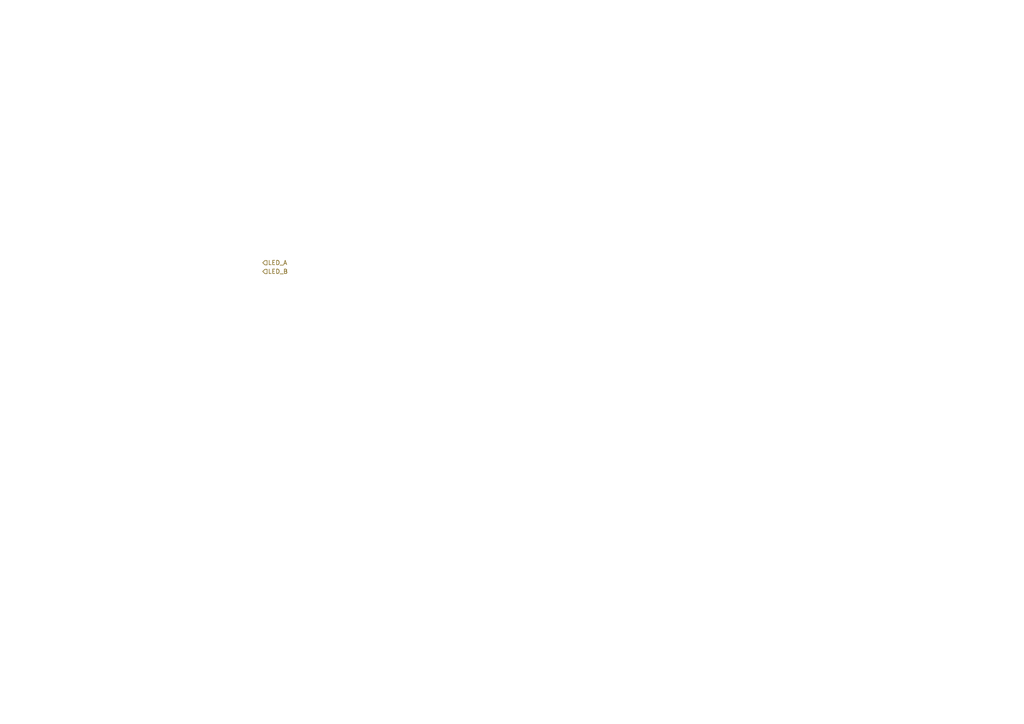
<source format=kicad_sch>
(kicad_sch
	(version 20250114)
	(generator "eeschema")
	(generator_version "9.0")
	(uuid "1f2203a7-34cf-46ec-8746-78ff5e4d1e8b")
	(paper "A4")
	(title_block
		(title "Replacable LED COB Lamp")
		(date "2025-03-24")
		(rev "0")
		(company "WPI ECE2799 D25")
		(comment 1 "Raymond, Daniel")
		(comment 2 "Hogan, Rye")
		(comment 3 "Bryan, Tahje")
	)
	(lib_symbols)
	(hierarchical_label "LED_B"
		(shape input)
		(at 76.2 78.74 0)
		(effects
			(font
				(size 1.27 1.27)
			)
			(justify left)
		)
		(uuid "db428c5c-299c-417e-a51f-956d1cdcd98e")
	)
	(hierarchical_label "LED_A"
		(shape input)
		(at 76.2 76.2 0)
		(effects
			(font
				(size 1.27 1.27)
			)
			(justify left)
		)
		(uuid "f152ba44-2f12-4ff5-ac21-79c84083dd40")
	)
)

</source>
